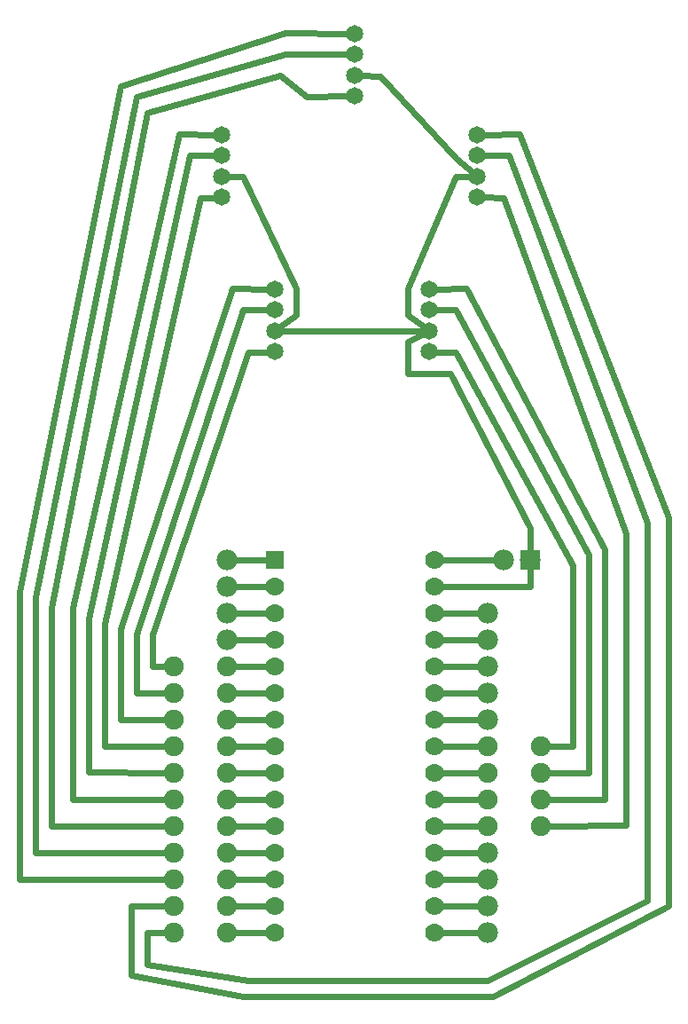
<source format=gbl>
G04 MADE WITH FRITZING*
G04 WWW.FRITZING.ORG*
G04 DOUBLE SIDED*
G04 HOLES PLATED*
G04 CONTOUR ON CENTER OF CONTOUR VECTOR*
%ASAXBY*%
%FSLAX23Y23*%
%MOIN*%
%OFA0B0*%
%SFA1.0B1.0*%
%ADD10C,0.078000*%
%ADD11C,0.070000*%
%ADD12C,0.065000*%
%ADD13C,0.075000*%
%ADD14R,0.069972X0.070000*%
%ADD15R,0.078000X0.078000*%
%ADD16C,0.024000*%
%LNCOPPER0*%
G90*
G70*
G54D10*
X1903Y1569D03*
X1903Y1469D03*
X1903Y1369D03*
X1903Y1269D03*
X1903Y1169D03*
X1903Y1569D03*
X1903Y1469D03*
X1903Y1369D03*
X1903Y1269D03*
X1903Y1169D03*
X923Y1769D03*
X923Y1669D03*
X923Y1569D03*
X923Y1469D03*
X923Y1769D03*
X923Y1669D03*
X923Y1569D03*
X923Y1469D03*
X1903Y669D03*
X1903Y569D03*
X1903Y469D03*
X1903Y369D03*
X1903Y669D03*
X1903Y569D03*
X1903Y469D03*
X1903Y369D03*
G54D11*
X1103Y1769D03*
X1103Y1669D03*
X1103Y1569D03*
X1103Y1469D03*
X1103Y1369D03*
X1103Y1269D03*
X1103Y1169D03*
X1103Y1069D03*
X1103Y969D03*
X1103Y869D03*
X1103Y769D03*
X1103Y669D03*
X1103Y569D03*
X1103Y469D03*
X1103Y369D03*
X1703Y1769D03*
X1703Y1669D03*
X1703Y1569D03*
X1703Y1469D03*
X1703Y1369D03*
X1703Y1269D03*
X1703Y1169D03*
X1703Y1069D03*
X1703Y969D03*
X1703Y869D03*
X1703Y769D03*
X1703Y669D03*
X1703Y569D03*
X1703Y469D03*
X1703Y369D03*
G54D12*
X1103Y2550D03*
X1103Y2629D03*
X1103Y2707D03*
X1103Y2786D03*
X1863Y3130D03*
X1863Y3209D03*
X1863Y3287D03*
X1863Y3366D03*
X1403Y3510D03*
X1403Y3589D03*
X1403Y3667D03*
X1403Y3746D03*
X903Y3130D03*
X903Y3209D03*
X903Y3287D03*
X903Y3366D03*
X1683Y2550D03*
X1683Y2629D03*
X1683Y2707D03*
X1683Y2786D03*
G54D10*
X2063Y1769D03*
X1963Y1769D03*
G54D13*
X723Y469D03*
X923Y469D03*
X723Y469D03*
X923Y469D03*
X723Y369D03*
X923Y369D03*
X723Y369D03*
X923Y369D03*
X2103Y769D03*
X1903Y769D03*
X2103Y769D03*
X1903Y769D03*
X723Y569D03*
X923Y569D03*
X723Y569D03*
X923Y569D03*
X723Y669D03*
X923Y669D03*
X723Y669D03*
X923Y669D03*
X723Y769D03*
X923Y769D03*
X723Y769D03*
X923Y769D03*
X723Y869D03*
X923Y869D03*
X723Y869D03*
X923Y869D03*
X723Y969D03*
X923Y969D03*
X723Y969D03*
X923Y969D03*
X723Y1069D03*
X923Y1069D03*
X723Y1069D03*
X923Y1069D03*
X2103Y869D03*
X1903Y869D03*
X2103Y869D03*
X1903Y869D03*
X2103Y969D03*
X1903Y969D03*
X2103Y969D03*
X1903Y969D03*
X2103Y1069D03*
X1903Y1069D03*
X2103Y1069D03*
X1903Y1069D03*
X723Y1369D03*
X923Y1369D03*
X723Y1369D03*
X923Y1369D03*
X723Y1269D03*
X923Y1269D03*
X723Y1269D03*
X923Y1269D03*
X723Y1169D03*
X923Y1169D03*
X723Y1169D03*
X923Y1169D03*
G54D14*
X1103Y1769D03*
G54D15*
X2063Y1769D03*
G54D16*
X953Y1669D02*
X1074Y1669D01*
D02*
X953Y1769D02*
X1074Y1769D01*
D02*
X1732Y669D02*
X1873Y669D01*
D02*
X1732Y569D02*
X1873Y569D01*
D02*
X1732Y469D02*
X1873Y469D01*
D02*
X1732Y369D02*
X1873Y369D01*
D02*
X953Y1569D02*
X1074Y1569D01*
D02*
X953Y1469D02*
X1074Y1469D01*
D02*
X1732Y1569D02*
X1873Y1569D01*
D02*
X1732Y1469D02*
X1873Y1469D01*
D02*
X1732Y1369D02*
X1873Y1369D01*
D02*
X1732Y1269D02*
X1873Y1269D01*
D02*
X1732Y1169D02*
X1873Y1169D01*
D02*
X1662Y2618D02*
X1604Y2589D01*
D02*
X1604Y2589D02*
X1604Y2468D01*
D02*
X1604Y2468D02*
X1764Y2468D01*
D02*
X1764Y2468D02*
X2062Y1889D01*
D02*
X2062Y1889D02*
X2063Y1799D01*
D02*
X879Y3129D02*
X823Y3128D01*
D02*
X823Y3128D02*
X464Y1529D01*
D02*
X464Y1529D02*
X464Y1069D01*
D02*
X464Y1069D02*
X694Y1069D01*
D02*
X1074Y969D02*
X951Y969D01*
D02*
X1142Y3668D02*
X582Y3508D01*
D02*
X1379Y3667D02*
X1142Y3668D01*
D02*
X582Y3508D02*
X203Y1629D01*
D02*
X203Y1629D02*
X203Y668D01*
D02*
X203Y668D02*
X694Y668D01*
D02*
X1074Y469D02*
X951Y469D01*
D02*
X1732Y1769D02*
X1933Y1769D01*
D02*
X1074Y369D02*
X951Y369D01*
D02*
X2131Y868D02*
X2343Y867D01*
D02*
X2343Y867D02*
X2343Y1809D01*
D02*
X2343Y1809D02*
X1822Y2787D01*
D02*
X1822Y2787D02*
X1706Y2786D01*
D02*
X1224Y3508D02*
X1122Y3589D01*
D02*
X1122Y3589D02*
X622Y3449D01*
D02*
X1379Y3510D02*
X1224Y3508D01*
D02*
X622Y3449D02*
X262Y1588D01*
D02*
X262Y1588D02*
X262Y768D01*
D02*
X262Y768D02*
X694Y768D01*
D02*
X1886Y3366D02*
X2022Y3369D01*
D02*
X2022Y3369D02*
X2584Y1929D01*
D02*
X2584Y468D02*
X1923Y128D01*
D02*
X2584Y1929D02*
X2584Y468D01*
D02*
X1923Y128D02*
X982Y128D01*
D02*
X563Y208D02*
X563Y469D01*
D02*
X982Y128D02*
X563Y208D01*
D02*
X563Y469D02*
X694Y469D01*
D02*
X1074Y569D02*
X951Y569D01*
D02*
X951Y1169D02*
X1074Y1169D01*
D02*
X1732Y769D02*
X1874Y769D01*
D02*
X951Y1369D02*
X1074Y1369D01*
D02*
X1886Y3287D02*
X1983Y3289D01*
D02*
X1983Y3289D02*
X2504Y1909D01*
D02*
X2504Y488D02*
X1903Y189D01*
D02*
X2504Y1909D02*
X2504Y488D01*
D02*
X1903Y189D02*
X1002Y189D01*
D02*
X623Y248D02*
X623Y368D01*
D02*
X1002Y189D02*
X623Y248D01*
D02*
X623Y368D02*
X694Y368D01*
D02*
X951Y1269D02*
X1074Y1269D01*
D02*
X1659Y2629D02*
X1126Y2629D01*
D02*
X1122Y2643D02*
X1183Y2689D01*
D02*
X1183Y2689D02*
X1183Y2789D01*
D02*
X1183Y2789D02*
X983Y3209D01*
D02*
X983Y3209D02*
X926Y3209D01*
D02*
X1074Y869D02*
X951Y869D01*
D02*
X1874Y1069D02*
X1732Y1069D01*
D02*
X1886Y3130D02*
X1963Y3129D01*
D02*
X1963Y3129D02*
X2423Y1869D01*
D02*
X2423Y1869D02*
X2423Y770D01*
D02*
X2423Y770D02*
X2131Y769D01*
D02*
X1079Y2707D02*
X982Y2708D01*
D02*
X982Y2708D02*
X583Y1488D01*
D02*
X583Y1488D02*
X583Y1269D01*
D02*
X583Y1269D02*
X694Y1269D01*
D02*
X1874Y969D02*
X1732Y969D01*
D02*
X1839Y3209D02*
X1782Y3209D01*
D02*
X1782Y3209D02*
X1603Y2789D01*
D02*
X1603Y2789D02*
X1603Y2689D01*
D02*
X1603Y2689D02*
X1664Y2643D01*
D02*
X2062Y1668D02*
X1732Y1668D01*
D02*
X2062Y1738D02*
X2062Y1668D01*
D02*
X951Y669D02*
X1074Y669D01*
D02*
X1074Y769D02*
X951Y769D01*
D02*
X2131Y968D02*
X2283Y968D01*
D02*
X2283Y968D02*
X2283Y1788D01*
D02*
X2283Y1788D02*
X1783Y2708D01*
D02*
X1783Y2708D02*
X1706Y2707D01*
D02*
X2131Y1069D02*
X2222Y1069D01*
D02*
X2222Y1069D02*
X2222Y1749D01*
D02*
X2222Y1749D02*
X1783Y2548D01*
D02*
X1783Y2548D02*
X1706Y2549D01*
D02*
X1142Y3749D02*
X523Y3548D01*
D02*
X1379Y3746D02*
X1142Y3749D01*
D02*
X523Y3548D02*
X143Y1649D01*
D02*
X143Y1649D02*
X143Y568D01*
D02*
X143Y568D02*
X694Y568D01*
D02*
X694Y1368D02*
X642Y1368D01*
D02*
X642Y1368D02*
X644Y1488D01*
D02*
X644Y1488D02*
X1003Y2549D01*
D02*
X1003Y2549D02*
X1079Y2549D01*
D02*
X879Y3287D02*
X783Y3288D01*
D02*
X783Y3288D02*
X403Y1549D01*
D02*
X403Y1549D02*
X403Y970D01*
D02*
X403Y970D02*
X694Y969D01*
D02*
X1074Y1069D02*
X951Y1069D01*
D02*
X1874Y869D02*
X1732Y869D01*
D02*
X694Y1169D02*
X522Y1169D01*
D02*
X522Y1169D02*
X522Y1507D01*
D02*
X522Y1507D02*
X943Y2787D01*
D02*
X943Y2787D02*
X1079Y2786D01*
D02*
X879Y3366D02*
X743Y3369D01*
D02*
X743Y3369D02*
X342Y1588D01*
D02*
X342Y1588D02*
X342Y867D01*
D02*
X342Y867D02*
X694Y868D01*
D02*
X1845Y3224D02*
X1785Y3274D01*
D02*
X1785Y3274D02*
X1500Y3585D01*
D02*
X1500Y3585D02*
X1426Y3588D01*
G04 End of Copper0*
M02*
</source>
